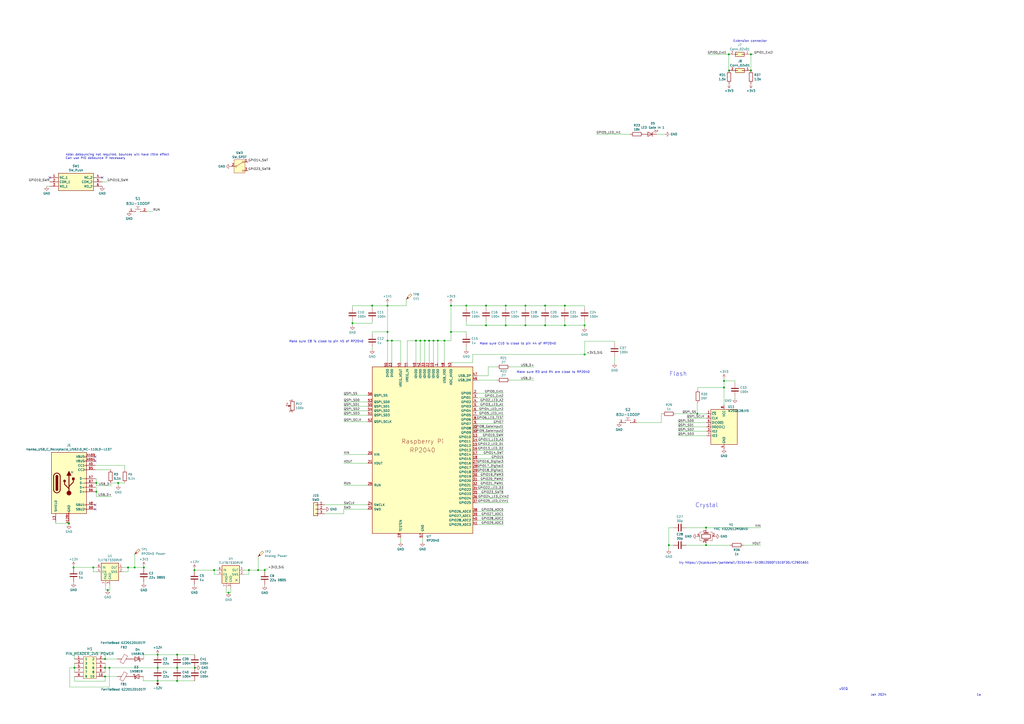
<source format=kicad_sch>
(kicad_sch (version 20230121) (generator eeschema)
  (paper "A2")
  (junction (at 55.88 285.242))
  (junction (at 339.09 188.722))
  (junction (at 409.575 306.07))
  (junction (at 387.985 316.23))
  (junction (at 419.989 220.98))
  (junction (at 78.105 329.184))
  (junction (at 224.79 197.612))
  (junction (at 254 197.612))
  (junction (at 248.92 197.612))
  (junction (at 144.399 330.708))
  (junction (at 132.588 343.789))
  (junction (at 113.03 387.35))
  (junction (at 102.743 387.35))
  (junction (at 293.37 188.722))
  (junction (at 62.484 342.265))
  (junction (at 60.96 387.35))
  (junction (at 227.33 197.612))
  (junction (at 215.9 177.292))
  (junction (at 60.96 392.43))
  (junction (at 102.743 379.73))
  (junction (at 293.37 177.292))
  (junction (at 281.94 188.722))
  (junction (at 224.79 177.292))
  (junction (at 422.91 40.894))
  (junction (at 304.8 177.292))
  (junction (at 91.44 394.97))
  (junction (at 83.439 329.184))
  (junction (at 149.733 330.708))
  (junction (at 422.783 31.496))
  (junction (at 112.776 330.708))
  (junction (at 327.66 188.722))
  (junction (at 409.575 316.23))
  (junction (at 74.295 329.184))
  (junction (at 241.3 197.612))
  (junction (at 316.23 177.292))
  (junction (at 419.989 224.79))
  (junction (at 270.51 177.292))
  (junction (at 261.62 177.292))
  (junction (at 435.61 40.894))
  (junction (at 54.102 329.184))
  (junction (at 243.84 197.612))
  (junction (at 68.58 280.162))
  (junction (at 60.96 382.27))
  (junction (at 124.206 330.708))
  (junction (at 102.743 394.97))
  (junction (at 404.495 240.03))
  (junction (at 251.46 197.612))
  (junction (at 281.94 177.292))
  (junction (at 261.62 192.532))
  (junction (at 257.81 197.612))
  (junction (at 316.23 188.722))
  (junction (at 91.44 387.35))
  (junction (at 246.38 197.612))
  (junction (at 43.18 387.35))
  (junction (at 153.543 330.708))
  (junction (at 55.88 280.162))
  (junction (at 40.005 303.657))
  (junction (at 339.09 205.613))
  (junction (at 63.5 387.35))
  (junction (at 42.672 329.184))
  (junction (at 224.79 192.532))
  (junction (at 91.44 379.73))
  (junction (at 204.47 187.452))
  (junction (at 304.8 188.722))
  (junction (at 327.66 177.292))
  (junction (at 435.61 31.496))
  (no_connect (at 59.309 102.997))
  (no_connect (at 55.245 292.862))
  (no_connect (at 55.245 295.402))
  (no_connect (at 137.16 336.55))
  (no_connect (at 41.783 273.939))
  (no_connect (at 55.245 267.462))
  (no_connect (at 55.245 264.922))
  (no_connect (at 28.829 102.997))
  (wire (pts (xy 215.9 178.562) (xy 215.9 177.292)))
  (wire (pts (xy 204.47 178.562) (xy 204.47 177.292)))
  (wire (pts (xy 40.513 387.35) (xy 40.513 398.526)))
  (wire (pts (xy 274.193 210.312) (xy 261.62 210.312)))
  (wire (pts (xy 42.672 329.184) (xy 42.672 329.819)))
  (wire (pts (xy 270.51 177.292) (xy 281.94 177.292)))
  (wire (pts (xy 42.672 337.439) (xy 42.672 338.074)))
  (wire (pts (xy 62.484 342.265) (xy 63.754 342.265)))
  (wire (pts (xy 339.09 188.722) (xy 339.09 189.992)))
  (wire (pts (xy 61.214 339.344) (xy 61.214 342.265)))
  (wire (pts (xy 199.39 238.252) (xy 213.36 238.252)))
  (wire (pts (xy 60.96 387.35) (xy 60.96 389.89)))
  (wire (pts (xy 295.91 220.472) (xy 309.88 220.472)))
  (wire (pts (xy 276.86 258.572) (xy 292.1 258.572)))
  (wire (pts (xy 232.41 210.312) (xy 232.41 197.612)))
  (wire (pts (xy 91.44 379.73) (xy 102.743 379.73)))
  (wire (pts (xy 270.51 193.802) (xy 270.51 192.532)))
  (wire (pts (xy 276.86 243.332) (xy 292.1 243.332)))
  (wire (pts (xy 276.86 253.492) (xy 292.1 253.492)))
  (wire (pts (xy 276.86 230.632) (xy 292.1 230.632)))
  (wire (pts (xy 68.58 281.432) (xy 68.58 280.162)))
  (wire (pts (xy 132.588 343.789) (xy 133.858 343.789)))
  (wire (pts (xy 257.81 210.312) (xy 257.81 197.612)))
  (wire (pts (xy 55.88 280.162) (xy 55.245 280.162)))
  (wire (pts (xy 42.672 329.184) (xy 54.102 329.184)))
  (wire (pts (xy 43.18 392.43) (xy 43.18 395.097)))
  (wire (pts (xy 384.175 240.03) (xy 383.667 240.03)))
  (wire (pts (xy 276.86 276.352) (xy 292.1 276.352)))
  (wire (pts (xy 78.105 321.564) (xy 78.105 329.184)))
  (wire (pts (xy 419.989 224.79) (xy 419.989 234.95)))
  (wire (pts (xy 404.749 224.79) (xy 419.989 224.79)))
  (wire (pts (xy 32.385 303.657) (xy 40.005 303.657)))
  (wire (pts (xy 213.36 281.432) (xy 199.39 281.432)))
  (wire (pts (xy 40.513 398.526) (xy 63.5 398.526)))
  (wire (pts (xy 133.858 343.789) (xy 133.858 340.868)))
  (wire (pts (xy 224.79 176.022) (xy 224.79 177.292)))
  (wire (pts (xy 199.39 297.942) (xy 188.214 297.942)))
  (wire (pts (xy 60.96 387.35) (xy 63.5 387.35)))
  (wire (pts (xy 215.9 177.292) (xy 224.79 177.292)))
  (wire (pts (xy 83.185 394.97) (xy 91.44 394.97)))
  (wire (pts (xy 398.399 242.57) (xy 409.829 242.57)))
  (wire (pts (xy 276.86 304.292) (xy 292.1 304.292)))
  (wire (pts (xy 64.135 280.162) (xy 68.58 280.162)))
  (wire (pts (xy 43.18 384.81) (xy 43.18 387.35)))
  (wire (pts (xy 383.667 240.03) (xy 383.667 245.11)))
  (wire (pts (xy 248.92 197.612) (xy 251.46 197.612)))
  (wire (pts (xy 102.743 387.35) (xy 113.03 387.35)))
  (wire (pts (xy 74.295 329.184) (xy 78.105 329.184)))
  (wire (pts (xy 60.96 384.81) (xy 60.96 387.35)))
  (wire (pts (xy 339.09 205.613) (xy 274.193 205.613)))
  (wire (pts (xy 241.3 210.312) (xy 241.3 197.612)))
  (wire (pts (xy 78.105 329.184) (xy 83.439 329.184)))
  (wire (pts (xy 224.79 197.612) (xy 224.79 210.312)))
  (wire (pts (xy 232.41 197.612) (xy 227.33 197.612)))
  (wire (pts (xy 270.51 186.182) (xy 270.51 188.722)))
  (wire (pts (xy 215.9 193.802) (xy 215.9 192.532)))
  (wire (pts (xy 199.39 233.172) (xy 213.36 233.172)))
  (wire (pts (xy 304.8 178.562) (xy 304.8 177.292)))
  (wire (pts (xy 276.86 271.272) (xy 292.1 271.272)))
  (wire (pts (xy 276.86 238.252) (xy 292.1 238.252)))
  (wire (pts (xy 113.03 387.35) (xy 113.538 387.35)))
  (wire (pts (xy 316.23 178.562) (xy 316.23 177.292)))
  (wire (pts (xy 276.86 245.872) (xy 292.1 245.872)))
  (wire (pts (xy 72.39 272.542) (xy 72.39 270.002)))
  (wire (pts (xy 293.37 188.722) (xy 281.94 188.722)))
  (wire (pts (xy 409.575 316.23) (xy 423.545 316.23)))
  (wire (pts (xy 276.86 263.652) (xy 292.1 263.652)))
  (wire (pts (xy 54.102 331.724) (xy 54.102 329.184)))
  (wire (pts (xy 68.58 280.162) (xy 72.39 280.162)))
  (wire (pts (xy 327.66 186.182) (xy 327.66 188.722)))
  (wire (pts (xy 276.86 250.952) (xy 292.1 250.952)))
  (wire (pts (xy 83.312 379.73) (xy 91.44 379.73)))
  (wire (pts (xy 112.776 330.708) (xy 124.206 330.708)))
  (wire (pts (xy 199.39 235.712) (xy 213.36 235.712)))
  (wire (pts (xy 276.86 261.112) (xy 292.1 261.112)))
  (wire (pts (xy 251.46 210.312) (xy 251.46 197.612)))
  (wire (pts (xy 345.948 77.851) (xy 365.633 77.851)))
  (wire (pts (xy 141.478 330.708) (xy 144.399 330.708)))
  (wire (pts (xy 55.88 288.036) (xy 55.88 285.242)))
  (wire (pts (xy 390.525 306.07) (xy 387.985 306.07)))
  (wire (pts (xy 83.185 392.43) (xy 83.185 394.97)))
  (wire (pts (xy 276.86 286.512) (xy 292.1 286.512)))
  (wire (pts (xy 276.86 291.592) (xy 295.021 291.592)))
  (wire (pts (xy 419.989 219.71) (xy 419.989 220.98)))
  (wire (pts (xy 293.37 178.562) (xy 293.37 177.292)))
  (wire (pts (xy 153.543 330.073) (xy 153.543 330.708)))
  (wire (pts (xy 426.339 222.25) (xy 426.339 220.98)))
  (wire (pts (xy 276.86 281.432) (xy 292.1 281.432)))
  (wire (pts (xy 369.316 245.11) (xy 383.667 245.11)))
  (wire (pts (xy 124.206 333.248) (xy 124.206 330.708)))
  (wire (pts (xy 112.776 330.708) (xy 112.776 331.343)))
  (wire (pts (xy 245.11 311.912) (xy 245.11 314.452)))
  (wire (pts (xy 409.575 314.96) (xy 409.575 316.23)))
  (wire (pts (xy 235.712 177.292) (xy 224.79 177.292)))
  (wire (pts (xy 42.672 328.549) (xy 42.672 329.184)))
  (wire (pts (xy 55.88 281.813) (xy 55.88 280.162)))
  (wire (pts (xy 276.86 278.892) (xy 292.1 278.892)))
  (wire (pts (xy 55.88 282.702) (xy 55.88 285.242)))
  (wire (pts (xy 409.829 252.73) (xy 393.319 252.73)))
  (wire (pts (xy 435.61 31.496) (xy 435.483 31.496)))
  (wire (pts (xy 243.84 197.612) (xy 246.38 197.612)))
  (wire (pts (xy 55.88 281.813) (xy 65.024 281.813)))
  (wire (pts (xy 43.18 395.097) (xy 60.96 395.097)))
  (wire (pts (xy 261.62 192.532) (xy 261.62 197.612)))
  (wire (pts (xy 339.09 178.562) (xy 339.09 177.292)))
  (wire (pts (xy 254 197.612) (xy 257.81 197.612)))
  (wire (pts (xy 215.9 192.532) (xy 224.79 192.532)))
  (wire (pts (xy 316.23 188.722) (xy 304.8 188.722)))
  (wire (pts (xy 276.86 248.412) (xy 292.1 248.412)))
  (wire (pts (xy 276.86 296.672) (xy 292.1 296.672)))
  (wire (pts (xy 435.61 31.496) (xy 435.61 40.894)))
  (wire (pts (xy 327.66 188.722) (xy 316.23 188.722)))
  (wire (pts (xy 62.23 105.537) (xy 59.309 105.537)))
  (wire (pts (xy 409.575 306.07) (xy 441.325 306.07)))
  (wire (pts (xy 246.38 210.312) (xy 246.38 197.612)))
  (wire (pts (xy 144.399 333.248) (xy 144.399 330.708)))
  (wire (pts (xy 251.46 197.612) (xy 254 197.612)))
  (wire (pts (xy 241.3 197.612) (xy 243.84 197.612)))
  (wire (pts (xy 276.86 268.732) (xy 292.1 268.732)))
  (wire (pts (xy 276.86 301.752) (xy 292.1 301.752)))
  (wire (pts (xy 316.23 186.182) (xy 316.23 188.722)))
  (wire (pts (xy 74.295 331.724) (xy 74.295 329.184)))
  (wire (pts (xy 83.439 329.184) (xy 83.439 329.946)))
  (wire (pts (xy 437.388 31.496) (xy 435.61 31.496)))
  (wire (pts (xy 276.86 220.472) (xy 288.29 220.472)))
  (wire (pts (xy 60.96 395.097) (xy 60.96 392.43)))
  (wire (pts (xy 83.439 337.566) (xy 83.439 338.201)))
  (wire (pts (xy 404.495 240.03) (xy 409.829 240.03)))
  (wire (pts (xy 276.86 289.052) (xy 295.148 289.052)))
  (wire (pts (xy 261.62 177.292) (xy 261.62 192.532)))
  (wire (pts (xy 224.79 192.532) (xy 224.79 197.612)))
  (wire (pts (xy 55.88 288.036) (xy 64.77 288.036)))
  (wire (pts (xy 404.495 233.68) (xy 404.495 240.03)))
  (wire (pts (xy 149.733 322.834) (xy 149.733 330.708)))
  (wire (pts (xy 274.193 205.613) (xy 274.193 210.312)))
  (wire (pts (xy 215.9 187.452) (xy 215.9 186.182)))
  (wire (pts (xy 124.206 330.708) (xy 126.238 330.708)))
  (wire (pts (xy 281.94 188.722) (xy 270.51 188.722)))
  (wire (pts (xy 232.41 311.912) (xy 232.41 314.452)))
  (wire (pts (xy 27.051 108.077) (xy 28.829 108.077)))
  (wire (pts (xy 431.165 316.23) (xy 441.325 316.23)))
  (wire (pts (xy 55.88 285.242) (xy 55.245 285.242)))
  (wire (pts (xy 404.495 233.68) (xy 404.749 233.68)))
  (wire (pts (xy 409.829 245.11) (xy 393.319 245.11)))
  (wire (pts (xy 71.374 329.184) (xy 74.295 329.184)))
  (wire (pts (xy 60.96 382.27) (xy 68.072 382.27)))
  (wire (pts (xy 276.86 299.212) (xy 292.1 299.212)))
  (wire (pts (xy 257.81 197.612) (xy 261.62 197.612)))
  (wire (pts (xy 43.18 378.46) (xy 60.96 378.46)))
  (wire (pts (xy 126.238 333.248) (xy 124.206 333.248)))
  (wire (pts (xy 398.145 306.07) (xy 409.575 306.07)))
  (wire (pts (xy 43.18 387.35) (xy 40.513 387.35)))
  (wire (pts (xy 213.36 244.602) (xy 199.39 244.602)))
  (wire (pts (xy 270.51 201.422) (xy 270.51 202.692)))
  (wire (pts (xy 91.44 387.35) (xy 102.743 387.35)))
  (wire (pts (xy 83.312 382.27) (xy 83.312 379.73)))
  (wire (pts (xy 276.86 256.032) (xy 292.1 256.032)))
  (wire (pts (xy 304.8 186.182) (xy 304.8 188.722)))
  (wire (pts (xy 248.92 210.312) (xy 248.92 197.612)))
  (wire (pts (xy 276.86 273.812) (xy 292.1 273.812)))
  (wire (pts (xy 55.88 277.622) (xy 55.245 277.622)))
  (wire (pts (xy 60.96 378.46) (xy 60.96 382.27)))
  (wire (pts (xy 404.749 226.06) (xy 404.749 224.79)))
  (wire (pts (xy 398.145 316.23) (xy 409.575 316.23)))
  (wire (pts (xy 339.09 205.613) (xy 339.09 197.993)))
  (wire (pts (xy 199.39 263.652) (xy 213.36 263.652)))
  (wire (pts (xy 283.21 212.852) (xy 288.29 212.852)))
  (wire (pts (xy 83.439 328.549) (xy 83.439 329.184)))
  (wire (pts (xy 419.989 220.98) (xy 419.989 224.79)))
  (wire (pts (xy 112.776 338.963) (xy 112.776 339.598)))
  (wire (pts (xy 71.374 331.724) (xy 74.295 331.724)))
  (wire (pts (xy 281.94 178.562) (xy 281.94 177.292)))
  (wire (pts (xy 131.318 343.789) (xy 132.588 343.789)))
  (wire (pts (xy 281.94 186.182) (xy 281.94 188.722)))
  (wire (pts (xy 327.66 178.562) (xy 327.66 177.292)))
  (wire (pts (xy 391.795 240.03) (xy 404.495 240.03)))
  (wire (pts (xy 293.37 177.292) (xy 304.8 177.292)))
  (wire (pts (xy 276.86 283.972) (xy 292.1 283.972)))
  (wire (pts (xy 304.8 177.292) (xy 316.23 177.292)))
  (wire (pts (xy 40.005 303.657) (xy 40.005 303.022)))
  (wire (pts (xy 131.318 340.868) (xy 131.318 343.789)))
  (wire (pts (xy 102.743 394.97) (xy 113.03 394.97)))
  (wire (pts (xy 141.478 333.248) (xy 144.399 333.248)))
  (wire (pts (xy 199.39 295.402) (xy 199.39 297.942)))
  (wire (pts (xy 63.5 387.35) (xy 91.44 387.35)))
  (wire (pts (xy 387.985 306.07) (xy 387.985 316.23)))
  (wire (pts (xy 340.233 205.613) (xy 339.09 205.613)))
  (wire (pts (xy 243.84 210.312) (xy 243.84 197.612)))
  (wire (pts (xy 153.543 339.09) (xy 153.543 339.725)))
  (wire (pts (xy 153.543 330.073) (xy 155.448 330.073)))
  (wire (pts (xy 55.88 282.702) (xy 55.245 282.702)))
  (wire (pts (xy 112.776 330.073) (xy 112.776 330.708)))
  (wire (pts (xy 55.245 270.002) (xy 72.39 270.002)))
  (wire (pts (xy 276.86 235.712) (xy 292.1 235.712)))
  (wire (pts (xy 276.86 228.092) (xy 292.1 228.092)))
  (wire (pts (xy 63.754 342.265) (xy 63.754 339.344)))
  (wire (pts (xy 235.712 173.609) (xy 235.712 177.292)))
  (wire (pts (xy 261.62 192.532) (xy 270.51 192.532)))
  (wire (pts (xy 236.22 210.312) (xy 236.22 197.612)))
  (wire (pts (xy 144.399 330.708) (xy 149.733 330.708)))
  (wire (pts (xy 224.79 177.292) (xy 224.79 192.532)))
  (wire (pts (xy 88.773 122.682) (xy 85.09 122.682)))
  (wire (pts (xy 380.873 77.851) (xy 385.699 77.851)))
  (wire (pts (xy 339.09 197.993) (xy 356.489 197.993)))
  (wire (pts (xy 283.21 212.852) (xy 283.21 217.932)))
  (wire (pts (xy 43.18 382.27) (xy 43.18 378.46)))
  (wire (pts (xy 409.829 250.19) (xy 393.319 250.19)))
  (wire (pts (xy 356.489 206.883) (xy 356.489 210.693)))
  (wire (pts (xy 316.23 177.292) (xy 327.66 177.292)))
  (wire (pts (xy 61.214 342.265) (xy 62.484 342.265)))
  (wire (pts (xy 339.09 186.182) (xy 339.09 188.722)))
  (wire (pts (xy 204.47 186.182) (xy 204.47 187.452)))
  (wire (pts (xy 40.005 304.292) (xy 40.005 303.657)))
  (wire (pts (xy 426.339 220.98) (xy 419.989 220.98)))
  (wire (pts (xy 204.47 187.452) (xy 204.47 188.722)))
  (wire (pts (xy 293.37 186.182) (xy 293.37 188.722)))
  (wire (pts (xy 215.9 201.422) (xy 215.9 202.692)))
  (wire (pts (xy 55.88 277.622) (xy 55.88 280.162)))
  (wire (pts (xy 227.33 210.312) (xy 227.33 197.612)))
  (wire (pts (xy 276.86 266.192) (xy 292.1 266.192)))
  (wire (pts (xy 55.245 272.542) (xy 64.135 272.542)))
  (wire (pts (xy 422.783 31.496) (xy 422.783 40.894)))
  (wire (pts (xy 327.66 188.722) (xy 339.09 188.722)))
  (wire (pts (xy 204.47 177.292) (xy 215.9 177.292)))
  (wire (pts (xy 153.543 330.708) (xy 153.543 331.47)))
  (wire (pts (xy 188.214 292.862) (xy 213.36 292.862)))
  (wire (pts (xy 204.47 187.452) (xy 215.9 187.452)))
  (wire (pts (xy 213.36 229.362) (xy 199.39 229.362)))
  (wire (pts (xy 409.575 307.34) (xy 409.575 306.07)))
  (wire (pts (xy 32.385 303.022) (xy 32.385 303.657)))
  (wire (pts (xy 426.339 229.87) (xy 426.339 231.14)))
  (wire (pts (xy 91.44 394.97) (xy 102.743 394.97)))
  (wire (pts (xy 60.96 392.43) (xy 67.945 392.43)))
  (wire (pts (xy 356.489 199.263) (xy 356.489 197.993)))
  (wire (pts (xy 213.36 268.732) (xy 199.39 268.732)))
  (wire (pts (xy 149.733 330.708) (xy 153.543 330.708)))
  (wire (pts (xy 227.33 197.612) (xy 224.79 197.612)))
  (wire (pts (xy 56.134 331.724) (xy 54.102 331.724)))
  (wire (pts (xy 261.62 176.022) (xy 261.62 177.292)))
  (wire (pts (xy 213.36 295.402) (xy 199.39 295.402)))
  (wire (pts (xy 387.985 316.23) (xy 387.985 318.77)))
  (wire (pts (xy 246.38 197.612) (xy 248.92 197.612)))
  (wire (pts (xy 409.829 247.65) (xy 393.319 247.65)))
  (wire (pts (xy 276.86 217.932) (xy 283.21 217.932)))
  (wire (pts (xy 236.22 197.612) (xy 241.3 197.612)))
  (wire (pts (xy 261.62 177.292) (xy 270.51 177.292)))
  (wire (pts (xy 254 197.612) (xy 254 210.312)))
  (wire (pts (xy 199.39 240.792) (xy 213.36 240.792)))
  (wire (pts (xy 276.86 240.792) (xy 292.1 240.792)))
  (wire (pts (xy 422.783 40.894) (xy 422.91 40.894)))
  (wire (pts (xy 276.86 233.172) (xy 292.1 233.172)))
  (wire (pts (xy 410.464 31.496) (xy 422.783 31.496)))
  (wire (pts (xy 43.18 387.35) (xy 43.18 389.89)))
  (wire (pts (xy 281.94 177.292) (xy 293.37 177.292)))
  (wire (pts (xy 390.525 316.23) (xy 387.985 316.23)))
  (wire (pts (xy 327.66 177.292) (xy 339.09 177.292)))
  (wire (pts (xy 54.102 329.184) (xy 56.134 329.184)))
  (wire (pts (xy 295.91 212.852) (xy 309.88 212.852)))
  (wire (pts (xy 63.5 398.526) (xy 63.5 387.35)))
  (wire (pts (xy 304.8 188.722) (xy 293.37 188.722)))
  (wire (pts (xy 270.51 178.562) (xy 270.51 177.292)))
  (wire (pts (xy 102.743 379.73) (xy 113.03 379.73)))
  (text "Crystal" (at 403.225 294.64 0) (effects (font (size 2.54 2.54)) (justify left bottom)))
  (text "Extension connector" (at 425.323 24.638 0) (effects (font (size 1.27 1.27)) (justify left bottom)))
  (text "Make sure R3 and R4 are close to RP2040" (at 299.72 216.662 0) (effects (font (size 1.27 1.27)) (justify left bottom)))
  (text "note: debouncing not required, bounces will have little effect\nCan use PIO debounce if necessary" (at 37.973 92.583 0) (effects (font (size 1.27 1.27)) (justify left bottom)))
  (text "Flash" (at 388.239 218.44 0) (effects (font (size 2.54 2.54)) (justify left bottom)))
  (text "Make sure C10 is close to pin 44 of RP2040" (at 278.13 200.152 0) (effects (font (size 1.27 1.27)) (justify left bottom)))
  (text "Make sure C8 is close to pin 45 of RP2040" (at 167.64 198.882 0) (effects (font (size 1.27 1.27)) (justify left bottom)))
  (text "try https://jlcpcb.com/partdetail/3151464-SX3B12000F1510F30/C2901651" (at 393.954 327.279 0) (effects (font (size 1.27 1.27)) (justify left bottom)))
  (text "Jan 2024" (at 504.952 403.86 0) (effects (font (size 1.27 1.27)) (justify left bottom)))
  (text "uSEQ" (at 486.791 400.431 0) (effects (font (size 1.27 1.27)) (justify left bottom)))
  (text "1a" (at 566.547 403.86 0) (effects (font (size 1.27 1.27)) (justify left bottom)))
  (label "GPIO1_Ext2" (at 292.1 230.632 180))
  (label "GPIO27_ADC1" (at 292.1 299.212 180))
  (label "QSPI_SCLK" (at 199.39 244.602 0))
  (label "GPIO28_ADC2" (at 292.1 301.752 180))
  (label "GPIO9_GateInput2" (at 292.1 250.952 180))
  (label "GPIO10_SWM" (at 28.829 105.537 180))
  (label "GPIO11_LED_A3" (at 292.1 256.032 180))
  (label "GPIO21_PWM1" (at 292.1 281.432 180))
  (label "+3V3_SIG" (at 340.233 205.613 0))
  (label "GPIO23_SWTB" (at 292.1 286.512 180))
  (label "GPIO15" (at 292.1 266.192 180))
  (label "GPIO14_SWT" (at 292.1 263.652 180))
  (label "QSPI_SD3" (at 393.319 252.73 0))
  (label "XIN" (at 199.39 263.652 0))
  (label "GPIO14_SWT" (at 144.018 93.98 0))
  (label "QSPI_SD2" (at 199.39 238.252 0))
  (label "GPIO5_LED_In1" (at 292.1 240.792 180))
  (label "GPIO26_ADC0" (at 292.1 296.672 180))
  (label "GPIO5_LED_In1" (at 345.948 77.851 0))
  (label "RUN" (at 199.39 281.432 0))
  (label "QSPI_SD0" (at 199.39 233.172 0))
  (label "GPIO2_LED_A2" (at 292.1 233.172 180))
  (label "GPIO13_LED_D2" (at 292.1 261.112 180))
  (label "GPIO20_PWM2" (at 292.1 278.892 180))
  (label "GPIO3_LED_A1" (at 292.1 235.712 180))
  (label "GPIO29_ADC3" (at 292.1 304.292 180))
  (label "GPIO22_LED_D3" (at 292.1 283.972 180))
  (label "GPIO8_GateInput1" (at 292.1 248.412 180))
  (label "GPIO4_LED_In2" (at 292.1 238.252 180))
  (label "SWD" (at 199.39 295.402 0))
  (label "QSPI_SCLK" (at 398.399 242.57 0))
  (label "GPIO6_LED_TEST" (at 292.1 243.332 180))
  (label "XIN" (at 441.325 306.07 180))
  (label "GPIO18_Digital1" (at 292.1 273.812 180))
  (label "GPIO24_LED_CVIn2" (at 295.148 289.052 180))
  (label "GPIO0_Ext1" (at 410.464 31.496 0))
  (label "USB_D-" (at 65.024 281.813 180) (property "Netclass" "diif_usb" (effects hide)))
  (label "GPIO16_Digital3" (at 292.1 268.732 180))
  (label "GPIO23_SWTB" (at 144.018 99.06 0))
  (label "RUN" (at 88.773 122.682 0))
  (label "QSPI_SD2" (at 393.319 250.19 0))
  (label "GPIO12_LED_D1" (at 292.1 258.572 180))
  (label "GPIO10_SWM" (at 62.23 105.537 0))
  (label "QSPI_SD0" (at 393.319 245.11 0))
  (label "GPIO19_PWM3" (at 292.1 276.352 180))
  (label "GPIO10_SWM" (at 292.1 253.492 180))
  (label "+3V3_SIG" (at 155.448 330.073 0))
  (label "QSPI_SD1" (at 393.319 247.65 0))
  (label "GPIO7" (at 292.1 245.872 180))
  (label "GPIO0_Ext1" (at 292.1 228.092 180))
  (label "GPIO17_Digital2" (at 292.1 271.272 180))
  (label "USB_D+" (at 64.77 288.036 180) (property "Netclass" "diif_usb" (effects hide)))
  (label "GPIO1_Ext2" (at 437.388 31.496 0))
  (label "QSPI_SD1" (at 199.39 235.712 0))
  (label "USB_D+" (at 309.88 212.852 180))
  (label "QSPI_SS" (at 199.39 229.362 0))
  (label "SWCLK" (at 199.39 292.862 0))
  (label "GPIO25_LED_CVIn1" (at 295.021 291.592 180))
  (label "USB_D-" (at 309.88 220.472 180))
  (label "XOUT" (at 199.39 268.732 0))
  (label "XOUT" (at 441.325 316.23 180))
  (label "QSPI_SS" (at 395.859 240.03 0))
  (label "QSPI_SD3" (at 199.39 240.792 0))
  (symbol (lib_id "power:GND") (at 188.214 295.402 90) (unit 1)
    (property "Reference" "#PWR0101" (effects hide))
    (property "Value" "GND" (at 191.389 295.402 90) (effects (justify right)))
  )
  (symbol (lib_id "Connector_Generic:Conn_01x03") (at 183.134 295.402 0) (mirror y) (unit 1)
    (property "Reference" "J15" (at 183.134 287.4477 0))
    (property "Value" "SWD" (at 183.134 289.8719 0))
    (property "Footprint" "Connector_PinHeader_2.54mm:PinHeader_1x03_P2.54mm_Vertical" (effects hide))
  )
  (symbol (lib_id "Connector:TestPoint_Probe") (at 235.712 173.609 0) (unit 1)
    (property "Reference" "TP8" (at 239.522 170.8094 0) (effects (justify left)))
    (property "Value" "1V1" (at 239.522 173.2336 0) (effects (justify left)))
    (property "Footprint" "TestPoint:TestPoint_Pad_1.5x1.5mm" (effects hide))
  )
  (symbol (lib_id "power:GND") (at 232.41 314.452 0) (unit 1)
    (property "Reference" "#PWR042" (effects hide))
    (property "Value" "GND" (at 232.41 318.5851 0))
  )
  (symbol (lib_id "power:GND") (at 40.005 304.292 0) (unit 1)
    (property "Reference" "#PWR04" (effects hide))
    (property "Value" "GND" (at 40.005 308.4251 0))
  )
  (symbol (lib_id "power:+3V3") (at 419.989 219.71 0) (unit 1)
    (property "Reference" "#PWR072" (effects hide))
    (property "Value" "+3V3" (at 419.989 215.5769 0))
  )
  (symbol (lib_id "Connector:TestPoint_Probe") (at 149.733 322.834 0) (unit 1)
    (property "Reference" "TP2" (at 153.543 320.0344 0) (effects (justify left)))
    (property "Value" "Analog Power" (at 153.543 322.4586 0) (effects (justify left)))
    (property "Footprint" "TestPoint:TestPoint_Pad_1.5x1.5mm" (effects hide))
  )
  (symbol (lib_id "Device:C") (at 270.51 197.612 0) (unit 1)
    (property "Reference" "C15" (at 273.431 196.3999 0) (effects (justify left)))
    (property "Value" "1u" (at 273.431 198.8241 0) (effects (justify left)))
    (property "Footprint" "Capacitor_SMD:C_0402_1005Metric" (effects hide))
  )
  (symbol (lib_id "Device:C") (at 102.743 391.16 0) (unit 1)
    (property "Reference" "C40" (at 105.664 389.9479 0) (effects (justify left)))
    (property "Value" "100n" (at 105.664 392.3721 0) (effects (justify left)))
    (property "Footprint" "Capacitor_SMD:C_0603_1608Metric" (effects hide))
  )
  (symbol (lib_id "power:+12V") (at 112.776 330.073 0) (unit 1)
    (property "Reference" "#PWR028" (effects hide))
    (property "Value" "+12V" (at 112.776 325.9399 0))
  )
  (symbol (lib_id "Device:R_Potentiometer") (at 169.672 235.458 0) (mirror y) (unit 1)
    (property "Reference" "RV2" (at 171.45 234.2459 0) (effects (justify right)))
    (property "Value" "100k" (at 171.45 236.6701 0) (effects (justify right)))
    (property "Footprint" "Eurocad:Alpha9mmPot" (effects hide))
  )
  (symbol (lib_id "Device:C") (at 204.47 182.372 0) (unit 1)
    (property "Reference" "C10" (at 207.391 181.1599 0) (effects (justify left)))
    (property "Value" "100n" (at 207.391 183.5841 0) (effects (justify left)))
    (property "Footprint" "Capacitor_SMD:C_0402_1005Metric" (effects hide))
  )
  (symbol (lib_id "power:GND") (at 270.51 202.692 0) (unit 1)
    (property "Reference" "#PWR046" (effects hide))
    (property "Value" "GND" (at 270.51 206.8251 0))
  )
  (symbol (lib_id "Diode:1N5818") (at 79.375 392.43 0) (unit 1)
    (property "Reference" "D3" (at 79.0575 387.0157 0))
    (property "Value" "1N5819" (at 79.0575 389.4399 0))
    (property "Footprint" "Diode_SMD:D_SOD-323" (effects hide))
    (property "Datasheet" "http://www.vishay.com/docs/88525/1n5817.pdf" (effects hide))
  )
  (symbol (lib_id "Device:C") (at 394.335 316.23 270) (unit 1)
    (property "Reference" "C28" (at 394.335 309.9267 90))
    (property "Value" "30p" (at 394.335 312.3509 90))
    (property "Footprint" "Capacitor_SMD:C_0402_1005Metric" (effects hide))
  )
  (symbol (lib_id "Device:C") (at 91.44 391.16 0) (unit 1)
    (property "Reference" "C4" (at 94.361 389.9479 0) (effects (justify left)))
    (property "Value" "22u" (at 94.361 392.3721 0) (effects (justify left)))
    (property "Footprint" "Capacitor_SMD:C_0805_2012Metric" (effects hide))
  )
  (symbol (lib_id "Device:R") (at 387.985 240.03 270) (unit 1)
    (property "Reference" "R29" (at 387.985 234.8697 90))
    (property "Value" "1k" (at 387.985 237.2939 90))
    (property "Footprint" "Resistor_SMD:R_0402_1005Metric" (effects hide))
  )
  (symbol (lib_id "Device:C") (at 394.335 306.07 270) (unit 1)
    (property "Reference" "C27" (at 394.335 299.7667 90))
    (property "Value" "30p" (at 394.335 302.1909 90))
    (property "Footprint" "Capacitor_SMD:C_0402_1005Metric" (effects hide))
  )
  (symbol (lib_id "Device:C") (at 42.672 333.629 0) (unit 1)
    (property "Reference" "C1" (at 45.593 332.4169 0) (effects (justify left)))
    (property "Value" "1u" (at 45.593 334.8411 0) (effects (justify left)))
    (property "Footprint" "Capacitor_SMD:C_0603_1608Metric_Pad1.08x0.95mm_HandSolder" (effects hide))
  )
  (symbol (lib_id "power:GND") (at 68.58 281.432 0) (unit 1)
    (property "Reference" "#PWR014" (effects hide))
    (property "Value" "GND" (at 68.58 285.5651 0))
  )
  (symbol (lib_id "Memory_Flash:W25Q128JVS") (at 419.989 247.65 0) (unit 1)
    (property "Reference" "U11" (at 422.1831 235.8857 0) (effects (justify left)))
    (property "Value" "W25Q128JVS" (at 422.1831 238.3099 0) (effects (justify left)))
    (property "Footprint" "Package_SO:SOIC-8_5.23x5.23mm_P1.27mm" (effects hide))
    (property "Datasheet" "http://www.winbond.com/resource-files/w25q128jv_dtr%20revc%2003272018%20plus.pdf" (effects hide))
  )
  (symbol (lib_id "power:GND") (at 414.655 311.15 90) (unit 1)
    (property "Reference" "#PWR0103" (effects hide))
    (property "Value" "GND" (at 417.83 311.15 90) (effects (justify right)))
  )
  (symbol (lib_id "Device:C") (at 327.66 182.372 0) (unit 1)
    (property "Reference" "C21" (at 330.581 181.1599 0) (effects (justify left)))
    (property "Value" "100n" (at 330.581 183.5841 0) (effects (justify left)))
    (property "Footprint" "Capacitor_SMD:C_0402_1005Metric" (effects hide))
  )
  (symbol (lib_id "Switch:SW_SPDT") (at 138.938 96.52 0) (unit 1)
    (property "Reference" "SW3" (at 138.938 88.6927 0))
    (property "Value" "SW_SPDT" (at 138.938 91.1169 0))
    (property "Footprint" "emutelab:Thonk DWB2" (effects hide))
  )
  (symbol (lib_id "power:GND") (at 74.93 122.682 0) (unit 1)
    (property "Reference" "#PWR02" (effects hide))
    (property "Value" "GND" (at 74.93 126.8151 0))
  )
  (symbol (lib_id "Regulator_Linear:TLV76733DRVx") (at 133.858 333.248 0) (unit 1)
    (property "Reference" "U4" (at 133.858 324.0237 0))
    (property "Value" "TLV76733DRVR" (at 133.858 326.4479 0))
    (property "Footprint" "Package_SON:WSON-6-1EP_2x2mm_P0.65mm_EP1x1.6mm_ThermalVias" (effects hide))
    (property "Datasheet" "www.ti.com/lit/gpn/TLV767" (effects hide))
    (property "Link" "https://jlcpcb.com/partdetail/TexasInstruments-TLV76733DRVR/C2848334" (effects hide))
  )
  (symbol (lib_id "Device:C") (at 113.03 391.16 0) (unit 1)
    (property "Reference" "C42" (at 115.951 389.9479 0) (effects (justify left)))
    (property "Value" "100n" (at 115.951 392.3721 0) (effects (justify left)))
    (property "Footprint" "Capacitor_SMD:C_0603_1608Metric" (effects hide))
  )
  (symbol (lib_id "power:GND") (at 215.9 202.692 0) (unit 1)
    (property "Reference" "#PWR039" (effects hide))
    (property "Value" "GND" (at 215.9 206.8251 0))
  )
  (symbol (lib_id "power:GND") (at 426.339 231.14 0) (unit 1)
    (property "Reference" "#PWR077" (effects hide))
    (property "Value" "GND" (at 424.4341 232.41 0) (effects (justify right)))
  )
  (symbol (lib_id "Device:C") (at 83.439 333.756 0) (mirror y) (unit 1)
    (property "Reference" "C2" (at 86.36 332.5439 0) (effects (justify right)))
    (property "Value" "22u 0805 " (at 86.36 334.9681 0) (effects (justify right)))
    (property "Footprint" "Capacitor_SMD:C_0805_2012Metric_Pad1.18x1.45mm_HandSolder" (effects hide))
  )
  (symbol (lib_id "Device:C") (at 281.94 182.372 0) (unit 1)
    (property "Reference" "C16" (at 284.861 181.1599 0) (effects (justify left)))
    (property "Value" "100n" (at 284.861 183.5841 0) (effects (justify left)))
    (property "Footprint" "Capacitor_SMD:C_0402_1005Metric" (effects hide))
  )
  (symbol (lib_id "Connector:TestPoint_Probe") (at 78.105 321.564 0) (unit 1)
    (property "Reference" "TP1" (at 81.915 318.7644 0) (effects (justify left)))
    (property "Value" "RP2040 Power" (at 81.915 321.1886 0) (effects (justify left)))
    (property "Footprint" "TestPoint:TestPoint_Pad_1.5x1.5mm" (effects hide))
  )
  (symbol (lib_id "Device:C") (at 113.03 383.54 0) (unit 1)
    (property "Reference" "C41" (at 115.951 382.3279 0) (effects (justify left)))
    (property "Value" "100n" (at 115.951 384.7521 0) (effects (justify left)))
    (property "Footprint" "Capacitor_SMD:C_0603_1608Metric" (effects hide))
  )
  (symbol (lib_id "power:GND") (at 83.439 338.201 0) (unit 1)
    (property "Reference" "#PWR020" (effects hide))
    (property "Value" "GND" (at 83.439 342.3341 0))
  )
  (symbol (lib_id "power:+3V3") (at 261.62 176.022 0) (unit 1)
    (property "Reference" "#PWR045" (effects hide))
    (property "Value" "+3V3" (at 261.62 171.8889 0))
  )
  (symbol (lib_id "power:GND") (at 356.489 210.693 0) (unit 1)
    (property "Reference" "#PWR0104" (effects hide))
    (property "Value" "GND" (at 356.489 214.8261 0))
  )
  (symbol (lib_id "dk_Tactile-Switches:B3U-1000P") (at 80.01 122.682 0) (unit 1)
    (property "Reference" "S1" (at 80.01 115.2578 0) (effects (font (size 1.524 1.524))))
    (property "Value" "B3U-1000P" (at 80.01 118.0906 0) (effects (font (size 1.524 1.524))))
    (property "Footprint" "digikey-footprints:Switch_Tactile_SMD_B3U-1000P" (effects hide))
    (property "Datasheet" "https://omronfs.omron.com/en_US/ecb/products/pdf/en-b3u.pdf" (effects hide))
    (property "Digi-Key_PN" "SW1020CT-ND" (effects hide))
    (property "MPN" "B3U-1000P" (effects hide))
    (property "Category" "Switches" (effects hide))
    (property "Family" "Tactile Switches" (effects hide))
    (property "DK_Datasheet_Link" "https://omronfs.omron.com/en_US/ecb/products/pdf/en-b3u.pdf" (effects hide))
    (property "DK_Detail_Page" "/product-detail/en/omron-electronics-inc-emc-div/B3U-1000P/SW1020CT-ND/1534357" (effects hide))
    (property "Description" "SWITCH TACTILE SPST-NO 0.05A 12V" (effects hide))
    (property "Manufacturer" "Omron Electronics Inc-EMC Div" (effects hide))
    (property "Status" "Active" (effects hide))
  )
  (symbol (lib_id "power:GND") (at 419.989 260.35 0) (unit 1)
    (property "Reference" "#PWR073" (effects hide))
    (property "Value" "GND" (at 419.989 264.4831 0))
  )
  (symbol (lib_id "Regulator_Linear:TLV76733DRVx") (at 63.754 331.724 0) (unit 1)
    (property "Reference" "U1" (at 63.754 322.4997 0))
    (property "Value" "TLV76733DRVR" (at 63.754 324.9239 0))
    (property "Footprint" "Package_SON:WSON-6-1EP_2x2mm_P0.65mm_EP1x1.6mm_ThermalVias" (effects hide))
    (property "Datasheet" "www.ti.com/lit/gpn/TLV767" (effects hide))
    (property "Link" "https://jlcpcb.com/partdetail/TexasInstruments-TLV76733DRVR/C2848334" (effects hide))
  )
  (symbol (lib_id "Device:C") (at 102.743 383.54 0) (unit 1)
    (property "Reference" "C39" (at 105.664 382.3279 0) (effects (justify left)))
    (property "Value" "100n" (at 105.664 384.7521 0) (effects (justify left)))
    (property "Footprint" "Capacitor_SMD:C_0603_1608Metric" (effects hide))
  )
  (symbol (lib_id "power:+3V3") (at 422.91 48.514 180) (unit 1)
    (property "Reference" "#PWR058" (effects hide))
    (property "Value" "+3V3" (at 422.91 52.6471 0))
  )
  (symbol (lib_id "dk_Tactile-Switches:B3U-1000P") (at 364.236 245.11 0) (unit 1)
    (property "Reference" "S2" (at 364.236 237.6858 0) (effects (font (size 1.524 1.524))))
    (property "Value" "B3U-1000P" (at 364.236 240.5186 0) (effects (font (size 1.524 1.524))))
    (property "Footprint" "digikey-footprints:Switch_Tactile_SMD_B3U-1000P" (effects hide))
    (property "Datasheet" "https://omronfs.omron.com/en_US/ecb/products/pdf/en-b3u.pdf" (effects hide))
    (property "Digi-Key_PN" "SW1020CT-ND" (effects hide))
    (property "MPN" "B3U-1000P" (effects hide))
    (property "Category" "Switches" (effects hide))
    (property "Family" "Tactile Switches" (effects hide))
    (property "DK_Datasheet_Link" "https://omronfs.omron.com/en_US/ecb/products/pdf/en-b3u.pdf" (effects hide))
    (property "DK_Detail_Page" "/product-detail/en/omron-electronics-inc-emc-div/B3U-1000P/SW1020CT-ND/1534357" (effects hide))
    (property "Description" "SWITCH TACTILE SPST-NO 0.05A 12V" (effects hide))
    (property "Manufacturer" "Omron Electronics Inc-EMC Div" (effects hide))
    (property "Status" "Active" (effects hide))
  )
  (symbol (lib_id "power:GND") (at 42.672 338.074 0) (unit 1)
    (property "Reference" "#PWR06" (effects hide))
    (property "Value" "GND" (at 42.672 342.2071 0))
  )
  (symbol (lib_id "Device:C") (at 316.23 182.372 0) (unit 1)
    (property "Reference" "C20" (at 319.151 181.1599 0) (effects (justify left)))
    (property "Value" "100n" (at 319.151 183.5841 0) (effects (justify left)))
    (property "Footprint" "Capacitor_SMD:C_0402_1005Metric" (effects hide))
  )
  (symbol (lib_id "Device:FerriteBead") (at 71.755 392.43 90) (unit 1)
    (property "Reference" "FB1" (at 71.755 396.875 90))
    (property "Value" "FerriteBead GZ2012D101TF" (at 71.755 399.923 90))
    (property "Footprint" "Resistor_SMD:R_0805_2012Metric" (effects hide))
  )
  (symbol (lib_id "Device:C") (at 339.09 182.372 0) (unit 1)
    (property "Reference" "C24" (at 342.011 181.1599 0) (effects (justify left)))
    (property "Value" "100n" (at 342.011 183.5841 0) (effects (justify left)))
    (property "Footprint" "Capacitor_SMD:C_0402_1005Metric" (effects hide))
  )
  (symbol (lib_id "emutelab:Hanbo_USB_C_Receptacle_USB2.0_MC-110LD-L137") (at 40.005 280.162 0) (unit 1)
    (property "Reference" "J1" (at 40.005 258.2377 0))
    (property "Value" "Hanbo_USB_C_Receptacle_USB2.0_MC-110LD-L137" (at 40.005 260.6619 0))
    (property "Footprint" "emutelab:USB-C-TH_MC-110LD-L137-A" (effects hide))
    (property "Datasheet" "https://www.lcsc.com/product-detail/USB-Connectors_Hanbo-Electronic-MC-110LD-L137_C2962416.html" (effects hide))
  )
  (symbol (lib_id "power:GND") (at 153.543 339.725 0) (unit 1)
    (property "Reference" "#PWR034" (effects hide))
    (property "Value" "GND" (at 153.543 343.8581 0))
  )
  (symbol (lib_id "GPBS-850N:GPBS-850N") (at 28.829 102.997 0) (unit 1)
    (property "Reference" "SW1" (at 44.069 96.3127 0))
    (property "Value" "SW_Push" (at 44.069 98.7369 0))
    (property "Footprint" "GPBS850N" (effects hide))
    (property "Datasheet" "http://switches-connectors-custom.cwind.com/Asset/GPBS850NR1.pdf" (effects hide))
    (property "Height" "14.2" (effects hide))
    (property "Mouser Part Number" "629-GPBS-850N" (effects hide))
    (property "Mouser Price/Stock" "https://www.mouser.co.uk/ProductDetail/CW-Industries/GPBS-850N?qs=sajaCoHCXPRZB3tbc1cuTA%3D%3D" (effects hide))
    (property "Manufacturer_Name" "CW Industries" (effects hide))
    (property "Manufacturer_Part_Number" "GPBS-850N" (effects hide))
  )
  (symbol (lib_id "Device:C") (at 112.776 335.153 0) (unit 1)
    (property "Reference" "C5" (at 115.697 333.9409 0) (effects (justify left)))
    (property "Value" "1u" (at 115.697 336.3651 0) (effects (justify left)))
    (property "Footprint" "Capacitor_SMD:C_0603_1608Metric_Pad1.08x0.95mm_HandSolder" (effects hide))
  )
  (symbol (lib_id "Device:LED") (at 377.063 77.851 180) (unit 1)
    (property "Reference" "D5" (at 378.6505 71.5477 0))
    (property "Value" "LED Gate In 1" (at 378.6505 73.9719 0))
    (property "Footprint" "LED_THT:LED_D3.0mm_FlatTop" (effects hide))
  )
  (symbol (lib_id "Device:R") (at 292.1 220.472 270) (unit 1)
    (property "Reference" "R22" (at 292.1 215.3117 90))
    (property "Value" "27" (at 292.1 217.7359 90))
    (property "Footprint" "Capacitor_SMD:C_0402_1005Metric" (effects hide))
  )
  (symbol (lib_id "power:GND") (at 133.858 96.52 270) (unit 1)
    (property "Reference" "#PWR078" (effects hide))
    (property "Value" "GND" (at 130.6831 96.52 90) (effects (justify right)))
  )
  (symbol (lib_id "power:+12V") (at 91.44 379.73 0) (unit 1)
    (property "Reference" "#PWR021" (effects hide))
    (property "Value" "+12V" (at 91.44 375.5969 0))
  )
  (symbol (lib_id "power:+3V3") (at 83.439 328.549 0) (unit 1)
    (property "Reference" "#PWR019" (effects hide))
    (property "Value" "+3V3" (at 83.439 324.4159 0))
  )
  (symbol (lib_id "power:GND") (at 359.156 245.11 0) (unit 1)
    (property "Reference" "#PWR0108" (effects hide))
    (property "Value" "GND" (at 359.156 249.2431 0))
  )
  (symbol (lib_id "power:GND") (at 385.699 77.851 90) (unit 1)
    (property "Reference" "#PWR061" (effects hide))
    (property "Value" "GND" (at 388.874 77.851 90) (effects (justify right)))
  )
  (symbol (lib_id "power:GND") (at 112.776 339.598 0) (unit 1)
    (property "Reference" "#PWR029" (effects hide))
    (property "Value" "GND" (at 112.776 343.7311 0))
  )
  (symbol (lib_id "Device:C") (at 270.51 182.372 0) (unit 1)
    (property "Reference" "C14" (at 273.431 181.1599 0) (effects (justify left)))
    (property "Value" "100n" (at 273.431 183.5841 0) (effects (justify left)))
    (property "Footprint" "Capacitor_SMD:C_0402_1005Metric" (effects hide))
  )
  (symbol (lib_id "power:GND") (at 245.11 314.452 0) (unit 1)
    (property "Reference" "#PWR043" (effects hide))
    (property "Value" "GND" (at 245.11 318.5851 0))
  )
  (symbol (lib_id "Device:C") (at 215.9 182.372 0) (unit 1)
    (property "Reference" "C11" (at 218.821 181.1599 0) (effects (justify left)))
    (property "Value" "100n" (at 218.821 183.5841 0) (effects (justify left)))
    (property "Footprint" "Capacitor_SMD:C_0402_1005Metric" (effects hide))
  )
  (symbol (lib_id "Device:C") (at 153.543 335.28 0) (mirror y) (unit 1)
    (property "Reference" "C8" (at 156.464 334.0679 0) (effects (justify right)))
    (property "Value" "22u 0805 " (at 156.464 336.4921 0) (effects (justify right)))
    (property "Footprint" "Capacitor_SMD:C_0805_2012Metric_Pad1.18x1.45mm_HandSolder" (effects hide))
  )
  (symbol (lib_id "Device:R") (at 369.443 77.851 90) (unit 1)
    (property "Reference" "R23" (at 369.443 72.6907 90))
    (property "Value" "18k" (at 369.443 75.1149 90))
    (property "Footprint" "Resistor_SMD:R_0603_1608Metric" (effects hide))
  )
  (symbol (lib_id "Device:R") (at 72.39 276.352 0) (unit 1)
    (property "Reference" "R6" (at 74.168 275.1399 0) (effects (justify left)))
    (property "Value" "5.1k" (at 74.168 277.5641 0) (effects (justify left)))
    (property "Footprint" "Resistor_SMD:R_0402_1005Metric" (effects hide))
  )
  (symbol (lib_id "power:GND") (at 27.051 108.077 0) (unit 1)
    (property "Reference" "#PWR01" (effects hide))
    (property "Value" "GND" (at 27.051 112.2101 0))
  )
  (symbol (lib_id "Connector_Generic:Conn_02x01") (at 430.403 31.496 180) (unit 1)
    (property "Reference" "J7" (at 429.133 26.0817 0))
    (property "Value" "Conn_02x01" (at 429.133 28.5059 0))
    (property "Footprint" "Connector_PinHeader_2.54mm:PinHeader_1x02_P2.54mm_Vertical" (effects hide))
  )
  (symbol (lib_id "Device:R") (at 292.1 212.852 270) (unit 1)
    (property "Reference" "R21" (at 292.1 207.6917 90))
    (property "Value" "27" (at 292.1 210.1159 90))
    (property "Footprint" "Capacitor_SMD:C_0402_1005Metric" (effects hide))
  )
  (symbol (lib_id "Device:C") (at 304.8 182.372 0) (unit 1)
    (property "Reference" "C18" (at 307.721 181.1599 0) (effects (justify left)))
    (property "Value" "100n" (at 307.721 183.5841 0) (effects (justify left)))
    (property "Footprint" "Capacitor_SMD:C_0402_1005Metric" (effects hide))
  )
  (symbol (lib_id "power:-12V") (at 91.44 394.97 180) (unit 1)
    (property "Reference" "#PWR022" (effects hide))
    (property "Value" "-12V" (at 91.44 399.1031 0))
  )
  (symbol (lib_id "power:GND") (at 62.484 342.265 0) (unit 1)
    (property "Reference" "#PWR013" (effects hide))
    (property "Value" "GND" (at 62.484 346.3981 0))
  )
  (symbol (lib_id "Device:FerriteBead") (at 71.882 382.27 90) (unit 1)
    (property "Reference" "FB2" (at 71.8312 375.4841 90))
    (property "Value" "FerriteBead GZ2012D101TF" (at 71.501 372.872 90))
    (property "Footprint" "Resistor_SMD:R_0805_2012Metric" (effects hide))
  )
  (symbol (lib_id "power:GND") (at 339.09 189.992 0) (unit 1)
    (property "Reference" "#PWR051" (effects hide))
    (property "Value" "GND" (at 339.09 194.1251 0))
  )
  (symbol (lib_id "power:GND") (at 204.47 188.722 0) (unit 1)
    (property "Reference" "#PWR037" (effects hide))
    (property "Value" "GND" (at 204.47 192.8551 0))
  )
  (symbol (lib_id "Device:R") (at 64.135 276.352 0) (unit 1)
    (property "Reference" "R3" (at 65.913 275.1399 0) (effects (justify left)))
    (property "Value" "5.1k" (at 65.913 277.5641 0) (effects (justify left)))
    (property "Footprint" "Resistor_SMD:R_0402_1005Metric" (effects hide))
  )
  (symbol (lib_id "Diode:1N5818") (at 79.502 382.27 180) (unit 1)
    (property "Reference" "D4" (at 79.8195 376.8557 0))
    (property "Value" "1N5819" (at 79.8195 379.2799 0))
    (property "Footprint" "Diode_SMD:D_SOD-323" (effects hide))
    (property "Datasheet" "http://www.vishay.com/docs/88525/1n5817.pdf" (effects hide))
  )
  (symbol (lib_id "Device:R") (at 404.749 229.87 0) (unit 1)
    (property "Reference" "R30" (at 406.527 228.6579 0) (effects (justify left)))
    (property "Value" "DNF" (at 406.527 231.0821 0) (effects (justify left)))
    (property "Footprint" "Capacitor_SMD:C_0805_2012Metric" (effects hide))
  )
  (symbol (lib_id "eurocad:PIN_HEADER_2x5") (at 52.07 387.35 0) (unit 1)
    (property "Reference" "H1" (at 52.07 376.3698 0) (effects (font (size 1.524 1.524))))
    (property "Value" "PIN_HEADER_2x5 POWER" (at 52.07 379.2026 0) (effects (font (size 1.524 1.524))))
    (property "Footprint" "Connector_PinHeader_2.54mm:PinHeader_2x05_P2.54mm_Vertical_SMD" (effects hide))
  )
  (symbol (lib_id "Device:C") (at 293.37 182.372 0) (unit 1)
    (property "Reference" "C17" (at 296.291 181.1599 0) (effects (justify left)))
    (property "Value" "100n" (at 296.291 183.5841 0) (effects (justify left)))
    (property "Footprint" "Capacitor_SMD:C_0402_1005Metric" (effects hide))
  )
  (symbol (lib_id "power:GND") (at 59.309 108.077 0) (unit 1)
    (property "Reference" "#PWR094" (effects hide))
    (property "Value" "GND" (at 59.309 112.2101 0))
  )
  (symbol (lib_id "Device:R") (at 435.61 44.704 0) (unit 1)
    (property "Reference" "R37" (at 437.388 43.4919 0) (effects (justify left)))
    (property "Value" "1.5k" (at 437.388 45.9161 0) (effects (justify left)))
    (property "Footprint" "Resistor_SMD:R_0603_1608Metric" (effects hide))
  )
  (symbol (lib_id "Connector_Generic:Conn_02x01") (at 430.53 40.894 180) (unit 1)
    (property "Reference" "J8" (at 429.26 35.4797 0))
    (property "Value" "Conn_02x01" (at 429.26 37.9039 0))
    (property "Footprint" "Connector_PinHeader_2.54mm:PinHeader_1x02_P2.54mm_Vertical" (effects hide))
  )
  (symbol (lib_id "Device:R") (at 422.91 44.704 0) (unit 1)
    (property "Reference" "R31" (at 421.1321 43.4919 0) (effects (justify right)))
    (property "Value" "1.5k" (at 421.1321 45.9161 0) (effects (justify right)))
    (property "Footprint" "Resistor_SMD:R_0603_1608Metric" (effects hide))
  )
  (symbol (lib_id "power:+1V1") (at 224.79 176.022 0) (unit 1)
    (property "Reference" "#PWR040" (effects hide))
    (property "Value" "+1V1" (at 224.79 171.8889 0))
  )
  (symbol (lib_id "Device:C") (at 356.489 203.073 0) (unit 1)
    (property "Reference" "C37" (at 359.41 201.8609 0) (effects (justify left)))
    (property "Value" "100n" (at 359.41 204.2851 0) (effects (justify left)))
    (property "Footprint" "Capacitor_SMD:C_0402_1005Metric" (effects hide))
  )
  (symbol (lib_id "power:GND") (at 113.538 387.35 90) (unit 1)
    (property "Reference" "#PWR027" (effects hide))
    (property "Value" "GND" (at 116.713 387.35 90) (effects (justify right)))
  )
  (symbol (lib_id "Device:R") (at 427.355 316.23 270) (unit 1)
    (property "Reference" "R36" (at 427.355 318.9661 90))
    (property "Value" "1k" (at 427.355 321.3903 90))
    (property "Footprint" "Resistor_SMD:R_0603_1608Metric" (effects hide))
  )
  (symbol (lib_id "power:GND") (at 404.495 311.15 270) (unit 1)
    (property "Reference" "#PWR0102" (effects hide))
    (property "Value" "GND" (at 401.3201 311.15 90) (effects (justify right)))
  )
  (symbol (lib_id "Device:C") (at 426.339 226.06 0) (unit 1)
    (property "Reference" "C33" (at 429.26 224.8479 0) (effects (justify left)))
    (property "Value" "100n" (at 429.26 227.2721 0) (effects (justify left)))
    (property "Footprint" "Capacitor_SMD:C_0402_1005Metric" (effects hide))
  )
  (symbol (lib_id "MCU_RaspberryPi_RP2040:RP2040") (at 245.11 261.112 0) (unit 1)
    (property "Reference" "U7" (at 247.3041 311.0921 0) (effects (justify left)))
    (property "Value" "RP2040" (at 247.3041 313.5163 0) (effects (justify left)))
    (property "Footprint" "emutelab:RP2040-QFN-56" (effects hide))
  )
  (symbol (lib_id "Device:Crystal_GND24") (at 409.575 311.15 270) (unit 1)
    (property "Reference" "Y1" (at 424.1096 304.3956 90))
    (property "Value" "YXC X322512MSB4SI" (at 424.1096 306.8198 90))
    (property "Footprint" "Crystal:Crystal_SMD_3225-4Pin_3.2x2.5mm" (effects hide))
  )
  (symbol (lib_id "power:GND") (at 387.985 318.77 0) (unit 1)
    (property "Reference" "#PWR065" (effects hide))
    (property "Value" "GND" (at 387.985 322.9031 0))
  )
  (symbol (lib_id "power:+3V3") (at 435.61 48.514 180) (unit 1)
    (property "Reference" "#PWR074" (effects hide))
    (property "Value" "+3V3" (at 435.61 52.6471 0))
  )
  (symbol (lib_id "Device:C") (at 91.44 383.54 0) (unit 1)
    (property "Reference" "C3" (at 94.361 382.3279 0) (effects (justify left)))
    (property "Value" "22u" (at 94.361 384.7521 0) (effects (justify left)))
    (property "Footprint" "Capacitor_SMD:C_0805_2012Metric" (effects hide))
  )
  (symbol (lib_id "power:GND") (at 132.588 343.789 0) (unit 1)
    (property "Reference" "#PWR032" (effects hide))
    (property "Value" "GND" (at 132.588 347.9221 0))
  )
  (symbol (lib_id "power:+12V") (at 42.672 328.549 0) (unit 1)
    (property "Reference" "#PWR05" (effects hide))
    (property "Value" "+12V" (at 42.672 324.4159 0))
  )
  (symbol (lib_id "Device:C") (at 215.9 197.612 0) (unit 1)
    (property "Reference" "C12" (at 218.821 196.3999 0) (effects (justify left)))
    (property "Value" "1u" (at 218.821 198.8241 0) (effects (justify left)))
    (property "Footprint" "Capacitor_SMD:C_0402_1005Metric" (effects hide))
  )
)
</source>
